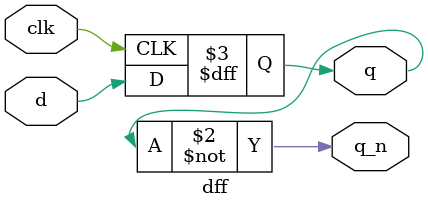
<source format=v>
module dff (
  input clk, d,
  output reg q,
  output q_n
);

  always @ (posedge clk )
    q <= d;

  not U1 ( q_n, q );

endmodule

</source>
